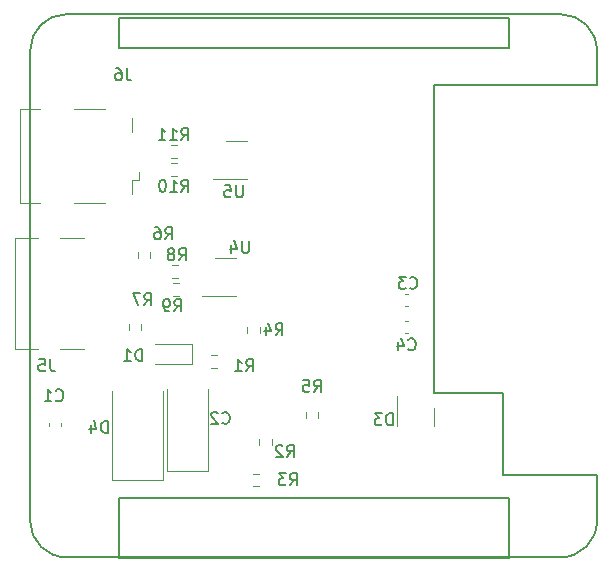
<source format=gbr>
G04 #@! TF.GenerationSoftware,KiCad,Pcbnew,6.0.5*
G04 #@! TF.CreationDate,2022-09-29T12:45:26+03:00*
G04 #@! TF.ProjectId,opi-hat,6f70692d-6861-4742-9e6b-696361645f70,rev?*
G04 #@! TF.SameCoordinates,Original*
G04 #@! TF.FileFunction,Legend,Bot*
G04 #@! TF.FilePolarity,Positive*
%FSLAX46Y46*%
G04 Gerber Fmt 4.6, Leading zero omitted, Abs format (unit mm)*
G04 Created by KiCad (PCBNEW 6.0.5) date 2022-09-29 12:45:26*
%MOMM*%
%LPD*%
G01*
G04 APERTURE LIST*
%ADD10C,0.150000*%
%ADD11C,0.127000*%
G04 #@! TA.AperFunction,Profile*
%ADD12C,0.127000*%
G04 #@! TD*
%ADD13C,0.120000*%
G04 APERTURE END LIST*
D10*
X83859666Y-84177142D02*
X83907285Y-84224761D01*
X84050142Y-84272380D01*
X84145380Y-84272380D01*
X84288238Y-84224761D01*
X84383476Y-84129523D01*
X84431095Y-84034285D01*
X84478714Y-83843809D01*
X84478714Y-83700952D01*
X84431095Y-83510476D01*
X84383476Y-83415238D01*
X84288238Y-83320000D01*
X84145380Y-83272380D01*
X84050142Y-83272380D01*
X83907285Y-83320000D01*
X83859666Y-83367619D01*
X82907285Y-84272380D02*
X83478714Y-84272380D01*
X83193000Y-84272380D02*
X83193000Y-83272380D01*
X83288238Y-83415238D01*
X83383476Y-83510476D01*
X83478714Y-83558095D01*
X102477866Y-78684380D02*
X102811200Y-78208190D01*
X103049295Y-78684380D02*
X103049295Y-77684380D01*
X102668342Y-77684380D01*
X102573104Y-77732000D01*
X102525485Y-77779619D01*
X102477866Y-77874857D01*
X102477866Y-78017714D01*
X102525485Y-78112952D01*
X102573104Y-78160571D01*
X102668342Y-78208190D01*
X103049295Y-78208190D01*
X101620723Y-78017714D02*
X101620723Y-78684380D01*
X101858819Y-77636761D02*
X102096914Y-78351047D01*
X101477866Y-78351047D01*
X100202904Y-70699380D02*
X100202904Y-71508904D01*
X100155285Y-71604142D01*
X100107666Y-71651761D01*
X100012428Y-71699380D01*
X99821952Y-71699380D01*
X99726714Y-71651761D01*
X99679095Y-71604142D01*
X99631476Y-71508904D01*
X99631476Y-70699380D01*
X98726714Y-71032714D02*
X98726714Y-71699380D01*
X98964809Y-70651761D02*
X99202904Y-71366047D01*
X98583857Y-71366047D01*
X94472357Y-62174380D02*
X94805690Y-61698190D01*
X95043785Y-62174380D02*
X95043785Y-61174380D01*
X94662833Y-61174380D01*
X94567595Y-61222000D01*
X94519976Y-61269619D01*
X94472357Y-61364857D01*
X94472357Y-61507714D01*
X94519976Y-61602952D01*
X94567595Y-61650571D01*
X94662833Y-61698190D01*
X95043785Y-61698190D01*
X93519976Y-62174380D02*
X94091404Y-62174380D01*
X93805690Y-62174380D02*
X93805690Y-61174380D01*
X93900928Y-61317238D01*
X93996166Y-61412476D01*
X94091404Y-61460095D01*
X92567595Y-62174380D02*
X93139023Y-62174380D01*
X92853309Y-62174380D02*
X92853309Y-61174380D01*
X92948547Y-61317238D01*
X93043785Y-61412476D01*
X93139023Y-61460095D01*
X113704666Y-79859142D02*
X113752285Y-79906761D01*
X113895142Y-79954380D01*
X113990380Y-79954380D01*
X114133238Y-79906761D01*
X114228476Y-79811523D01*
X114276095Y-79716285D01*
X114323714Y-79525809D01*
X114323714Y-79382952D01*
X114276095Y-79192476D01*
X114228476Y-79097238D01*
X114133238Y-79002000D01*
X113990380Y-78954380D01*
X113895142Y-78954380D01*
X113752285Y-79002000D01*
X113704666Y-79049619D01*
X112847523Y-79287714D02*
X112847523Y-79954380D01*
X113085619Y-78906761D02*
X113323714Y-79621047D01*
X112704666Y-79621047D01*
X93892666Y-76652380D02*
X94226000Y-76176190D01*
X94464095Y-76652380D02*
X94464095Y-75652380D01*
X94083142Y-75652380D01*
X93987904Y-75700000D01*
X93940285Y-75747619D01*
X93892666Y-75842857D01*
X93892666Y-75985714D01*
X93940285Y-76080952D01*
X93987904Y-76128571D01*
X94083142Y-76176190D01*
X94464095Y-76176190D01*
X93416476Y-76652380D02*
X93226000Y-76652380D01*
X93130761Y-76604761D01*
X93083142Y-76557142D01*
X92987904Y-76414285D01*
X92940285Y-76223809D01*
X92940285Y-75842857D01*
X92987904Y-75747619D01*
X93035523Y-75700000D01*
X93130761Y-75652380D01*
X93321238Y-75652380D01*
X93416476Y-75700000D01*
X93464095Y-75747619D01*
X93511714Y-75842857D01*
X93511714Y-76080952D01*
X93464095Y-76176190D01*
X93416476Y-76223809D01*
X93321238Y-76271428D01*
X93130761Y-76271428D01*
X93035523Y-76223809D01*
X92987904Y-76176190D01*
X92940285Y-76080952D01*
X94495857Y-66525380D02*
X94829190Y-66049190D01*
X95067285Y-66525380D02*
X95067285Y-65525380D01*
X94686333Y-65525380D01*
X94591095Y-65573000D01*
X94543476Y-65620619D01*
X94495857Y-65715857D01*
X94495857Y-65858714D01*
X94543476Y-65953952D01*
X94591095Y-66001571D01*
X94686333Y-66049190D01*
X95067285Y-66049190D01*
X93543476Y-66525380D02*
X94114904Y-66525380D01*
X93829190Y-66525380D02*
X93829190Y-65525380D01*
X93924428Y-65668238D01*
X94019666Y-65763476D01*
X94114904Y-65811095D01*
X92924428Y-65525380D02*
X92829190Y-65525380D01*
X92733952Y-65573000D01*
X92686333Y-65620619D01*
X92638714Y-65715857D01*
X92591095Y-65906333D01*
X92591095Y-66144428D01*
X92638714Y-66334904D01*
X92686333Y-66430142D01*
X92733952Y-66477761D01*
X92829190Y-66525380D01*
X92924428Y-66525380D01*
X93019666Y-66477761D01*
X93067285Y-66430142D01*
X93114904Y-66334904D01*
X93162523Y-66144428D01*
X93162523Y-65906333D01*
X93114904Y-65715857D01*
X93067285Y-65620619D01*
X93019666Y-65573000D01*
X92924428Y-65525380D01*
X103671666Y-91384380D02*
X104005000Y-90908190D01*
X104243095Y-91384380D02*
X104243095Y-90384380D01*
X103862142Y-90384380D01*
X103766904Y-90432000D01*
X103719285Y-90479619D01*
X103671666Y-90574857D01*
X103671666Y-90717714D01*
X103719285Y-90812952D01*
X103766904Y-90860571D01*
X103862142Y-90908190D01*
X104243095Y-90908190D01*
X103338333Y-90384380D02*
X102719285Y-90384380D01*
X103052619Y-90765333D01*
X102909761Y-90765333D01*
X102814523Y-90812952D01*
X102766904Y-90860571D01*
X102719285Y-90955809D01*
X102719285Y-91193904D01*
X102766904Y-91289142D01*
X102814523Y-91336761D01*
X102909761Y-91384380D01*
X103195476Y-91384380D01*
X103290714Y-91336761D01*
X103338333Y-91289142D01*
X89868333Y-56094380D02*
X89868333Y-56808666D01*
X89915952Y-56951523D01*
X90011190Y-57046761D01*
X90154047Y-57094380D01*
X90249285Y-57094380D01*
X88963571Y-56094380D02*
X89154047Y-56094380D01*
X89249285Y-56142000D01*
X89296904Y-56189619D01*
X89392142Y-56332476D01*
X89439761Y-56522952D01*
X89439761Y-56903904D01*
X89392142Y-56999142D01*
X89344523Y-57046761D01*
X89249285Y-57094380D01*
X89058809Y-57094380D01*
X88963571Y-57046761D01*
X88915952Y-56999142D01*
X88868333Y-56903904D01*
X88868333Y-56665809D01*
X88915952Y-56570571D01*
X88963571Y-56522952D01*
X89058809Y-56475333D01*
X89249285Y-56475333D01*
X89344523Y-56522952D01*
X89392142Y-56570571D01*
X89439761Y-56665809D01*
X93130666Y-70556380D02*
X93464000Y-70080190D01*
X93702095Y-70556380D02*
X93702095Y-69556380D01*
X93321142Y-69556380D01*
X93225904Y-69604000D01*
X93178285Y-69651619D01*
X93130666Y-69746857D01*
X93130666Y-69889714D01*
X93178285Y-69984952D01*
X93225904Y-70032571D01*
X93321142Y-70080190D01*
X93702095Y-70080190D01*
X92273523Y-69556380D02*
X92464000Y-69556380D01*
X92559238Y-69604000D01*
X92606857Y-69651619D01*
X92702095Y-69794476D01*
X92749714Y-69984952D01*
X92749714Y-70365904D01*
X92702095Y-70461142D01*
X92654476Y-70508761D01*
X92559238Y-70556380D01*
X92368761Y-70556380D01*
X92273523Y-70508761D01*
X92225904Y-70461142D01*
X92178285Y-70365904D01*
X92178285Y-70127809D01*
X92225904Y-70032571D01*
X92273523Y-69984952D01*
X92368761Y-69937333D01*
X92559238Y-69937333D01*
X92654476Y-69984952D01*
X92702095Y-70032571D01*
X92749714Y-70127809D01*
X99965166Y-81732380D02*
X100298500Y-81256190D01*
X100536595Y-81732380D02*
X100536595Y-80732380D01*
X100155642Y-80732380D01*
X100060404Y-80780000D01*
X100012785Y-80827619D01*
X99965166Y-80922857D01*
X99965166Y-81065714D01*
X100012785Y-81160952D01*
X100060404Y-81208571D01*
X100155642Y-81256190D01*
X100536595Y-81256190D01*
X99012785Y-81732380D02*
X99584214Y-81732380D01*
X99298500Y-81732380D02*
X99298500Y-80732380D01*
X99393738Y-80875238D01*
X99488976Y-80970476D01*
X99584214Y-81018095D01*
X91352666Y-76144380D02*
X91686000Y-75668190D01*
X91924095Y-76144380D02*
X91924095Y-75144380D01*
X91543142Y-75144380D01*
X91447904Y-75192000D01*
X91400285Y-75239619D01*
X91352666Y-75334857D01*
X91352666Y-75477714D01*
X91400285Y-75572952D01*
X91447904Y-75620571D01*
X91543142Y-75668190D01*
X91924095Y-75668190D01*
X91019333Y-75144380D02*
X90352666Y-75144380D01*
X90781238Y-76144380D01*
X99694904Y-66000380D02*
X99694904Y-66809904D01*
X99647285Y-66905142D01*
X99599666Y-66952761D01*
X99504428Y-67000380D01*
X99313952Y-67000380D01*
X99218714Y-66952761D01*
X99171095Y-66905142D01*
X99123476Y-66809904D01*
X99123476Y-66000380D01*
X98171095Y-66000380D02*
X98647285Y-66000380D01*
X98694904Y-66476571D01*
X98647285Y-66428952D01*
X98552047Y-66381333D01*
X98313952Y-66381333D01*
X98218714Y-66428952D01*
X98171095Y-66476571D01*
X98123476Y-66571809D01*
X98123476Y-66809904D01*
X98171095Y-66905142D01*
X98218714Y-66952761D01*
X98313952Y-67000380D01*
X98552047Y-67000380D01*
X98647285Y-66952761D01*
X98694904Y-66905142D01*
X113831666Y-74652142D02*
X113879285Y-74699761D01*
X114022142Y-74747380D01*
X114117380Y-74747380D01*
X114260238Y-74699761D01*
X114355476Y-74604523D01*
X114403095Y-74509285D01*
X114450714Y-74318809D01*
X114450714Y-74175952D01*
X114403095Y-73985476D01*
X114355476Y-73890238D01*
X114260238Y-73795000D01*
X114117380Y-73747380D01*
X114022142Y-73747380D01*
X113879285Y-73795000D01*
X113831666Y-73842619D01*
X113498333Y-73747380D02*
X112879285Y-73747380D01*
X113212619Y-74128333D01*
X113069761Y-74128333D01*
X112974523Y-74175952D01*
X112926904Y-74223571D01*
X112879285Y-74318809D01*
X112879285Y-74556904D01*
X112926904Y-74652142D01*
X112974523Y-74699761D01*
X113069761Y-74747380D01*
X113355476Y-74747380D01*
X113450714Y-74699761D01*
X113498333Y-74652142D01*
X94273666Y-72334380D02*
X94607000Y-71858190D01*
X94845095Y-72334380D02*
X94845095Y-71334380D01*
X94464142Y-71334380D01*
X94368904Y-71382000D01*
X94321285Y-71429619D01*
X94273666Y-71524857D01*
X94273666Y-71667714D01*
X94321285Y-71762952D01*
X94368904Y-71810571D01*
X94464142Y-71858190D01*
X94845095Y-71858190D01*
X93702238Y-71762952D02*
X93797476Y-71715333D01*
X93845095Y-71667714D01*
X93892714Y-71572476D01*
X93892714Y-71524857D01*
X93845095Y-71429619D01*
X93797476Y-71382000D01*
X93702238Y-71334380D01*
X93511761Y-71334380D01*
X93416523Y-71382000D01*
X93368904Y-71429619D01*
X93321285Y-71524857D01*
X93321285Y-71572476D01*
X93368904Y-71667714D01*
X93416523Y-71715333D01*
X93511761Y-71762952D01*
X93702238Y-71762952D01*
X93797476Y-71810571D01*
X93845095Y-71858190D01*
X93892714Y-71953428D01*
X93892714Y-72143904D01*
X93845095Y-72239142D01*
X93797476Y-72286761D01*
X93702238Y-72334380D01*
X93511761Y-72334380D01*
X93416523Y-72286761D01*
X93368904Y-72239142D01*
X93321285Y-72143904D01*
X93321285Y-71953428D01*
X93368904Y-71858190D01*
X93416523Y-71810571D01*
X93511761Y-71762952D01*
X105703666Y-83486880D02*
X106037000Y-83010690D01*
X106275095Y-83486880D02*
X106275095Y-82486880D01*
X105894142Y-82486880D01*
X105798904Y-82534500D01*
X105751285Y-82582119D01*
X105703666Y-82677357D01*
X105703666Y-82820214D01*
X105751285Y-82915452D01*
X105798904Y-82963071D01*
X105894142Y-83010690D01*
X106275095Y-83010690D01*
X104798904Y-82486880D02*
X105275095Y-82486880D01*
X105322714Y-82963071D01*
X105275095Y-82915452D01*
X105179857Y-82867833D01*
X104941761Y-82867833D01*
X104846523Y-82915452D01*
X104798904Y-82963071D01*
X104751285Y-83058309D01*
X104751285Y-83296404D01*
X104798904Y-83391642D01*
X104846523Y-83439261D01*
X104941761Y-83486880D01*
X105179857Y-83486880D01*
X105275095Y-83439261D01*
X105322714Y-83391642D01*
X88241095Y-86939380D02*
X88241095Y-85939380D01*
X88003000Y-85939380D01*
X87860142Y-85987000D01*
X87764904Y-86082238D01*
X87717285Y-86177476D01*
X87669666Y-86367952D01*
X87669666Y-86510809D01*
X87717285Y-86701285D01*
X87764904Y-86796523D01*
X87860142Y-86891761D01*
X88003000Y-86939380D01*
X88241095Y-86939380D01*
X86812523Y-86272714D02*
X86812523Y-86939380D01*
X87050619Y-85891761D02*
X87288714Y-86606047D01*
X86669666Y-86606047D01*
X83391333Y-80732380D02*
X83391333Y-81446666D01*
X83438952Y-81589523D01*
X83534190Y-81684761D01*
X83677047Y-81732380D01*
X83772285Y-81732380D01*
X82438952Y-80732380D02*
X82915142Y-80732380D01*
X82962761Y-81208571D01*
X82915142Y-81160952D01*
X82819904Y-81113333D01*
X82581809Y-81113333D01*
X82486571Y-81160952D01*
X82438952Y-81208571D01*
X82391333Y-81303809D01*
X82391333Y-81541904D01*
X82438952Y-81637142D01*
X82486571Y-81684761D01*
X82581809Y-81732380D01*
X82819904Y-81732380D01*
X82915142Y-81684761D01*
X82962761Y-81637142D01*
X112371095Y-86304380D02*
X112371095Y-85304380D01*
X112133000Y-85304380D01*
X111990142Y-85352000D01*
X111894904Y-85447238D01*
X111847285Y-85542476D01*
X111799666Y-85732952D01*
X111799666Y-85875809D01*
X111847285Y-86066285D01*
X111894904Y-86161523D01*
X111990142Y-86256761D01*
X112133000Y-86304380D01*
X112371095Y-86304380D01*
X111466333Y-85304380D02*
X110847285Y-85304380D01*
X111180619Y-85685333D01*
X111037761Y-85685333D01*
X110942523Y-85732952D01*
X110894904Y-85780571D01*
X110847285Y-85875809D01*
X110847285Y-86113904D01*
X110894904Y-86209142D01*
X110942523Y-86256761D01*
X111037761Y-86304380D01*
X111323476Y-86304380D01*
X111418714Y-86256761D01*
X111466333Y-86209142D01*
X103417666Y-88971380D02*
X103751000Y-88495190D01*
X103989095Y-88971380D02*
X103989095Y-87971380D01*
X103608142Y-87971380D01*
X103512904Y-88019000D01*
X103465285Y-88066619D01*
X103417666Y-88161857D01*
X103417666Y-88304714D01*
X103465285Y-88399952D01*
X103512904Y-88447571D01*
X103608142Y-88495190D01*
X103989095Y-88495190D01*
X103036714Y-88066619D02*
X102989095Y-88019000D01*
X102893857Y-87971380D01*
X102655761Y-87971380D01*
X102560523Y-88019000D01*
X102512904Y-88066619D01*
X102465285Y-88161857D01*
X102465285Y-88257095D01*
X102512904Y-88399952D01*
X103084333Y-88971380D01*
X102465285Y-88971380D01*
X91162095Y-80843380D02*
X91162095Y-79843380D01*
X90924000Y-79843380D01*
X90781142Y-79891000D01*
X90685904Y-79986238D01*
X90638285Y-80081476D01*
X90590666Y-80271952D01*
X90590666Y-80414809D01*
X90638285Y-80605285D01*
X90685904Y-80700523D01*
X90781142Y-80795761D01*
X90924000Y-80843380D01*
X91162095Y-80843380D01*
X89638285Y-80843380D02*
X90209714Y-80843380D01*
X89924000Y-80843380D02*
X89924000Y-79843380D01*
X90019238Y-79986238D01*
X90114476Y-80081476D01*
X90209714Y-80129095D01*
X97956666Y-86082142D02*
X98004285Y-86129761D01*
X98147142Y-86177380D01*
X98242380Y-86177380D01*
X98385238Y-86129761D01*
X98480476Y-86034523D01*
X98528095Y-85939285D01*
X98575714Y-85748809D01*
X98575714Y-85605952D01*
X98528095Y-85415476D01*
X98480476Y-85320238D01*
X98385238Y-85225000D01*
X98242380Y-85177380D01*
X98147142Y-85177380D01*
X98004285Y-85225000D01*
X97956666Y-85272619D01*
X97575714Y-85272619D02*
X97528095Y-85225000D01*
X97432857Y-85177380D01*
X97194761Y-85177380D01*
X97099523Y-85225000D01*
X97051904Y-85272619D01*
X97004285Y-85367857D01*
X97004285Y-85463095D01*
X97051904Y-85605952D01*
X97623333Y-86177380D01*
X97004285Y-86177380D01*
D11*
X89171253Y-54326509D02*
X122191253Y-54326509D01*
X89171253Y-51786509D02*
X122191253Y-51786509D01*
X89171253Y-92426509D02*
X122191253Y-92426509D01*
X122191253Y-54326509D02*
X122191253Y-51786509D01*
X89171253Y-51786509D02*
X89171253Y-54326509D01*
X122191253Y-92426509D02*
X122191253Y-97506509D01*
X89171253Y-97506509D02*
X122191253Y-97506509D01*
X89171253Y-97506509D02*
X89171253Y-92426509D01*
D12*
X126581299Y-51486900D02*
X84781300Y-51486900D01*
X129681299Y-57501509D02*
X129681299Y-54586900D01*
X81681300Y-54586900D02*
X81681300Y-94386900D01*
X129681299Y-57501509D02*
X115841253Y-57501509D01*
X115841253Y-57501509D02*
X115841253Y-83536509D01*
X115841253Y-83536509D02*
X121683253Y-83536509D01*
X121683253Y-90521509D02*
X129684253Y-90521509D01*
X129684253Y-90521509D02*
X129684253Y-94382309D01*
X84781300Y-97486899D02*
X126581299Y-97486899D01*
X121683253Y-83536509D02*
X121683253Y-90521509D01*
X126581299Y-97486894D02*
G75*
G03*
X129681298Y-94386900I4J3099995D01*
G01*
X81681300Y-94386900D02*
G75*
G03*
X84781300Y-97486900I3100000J0D01*
G01*
X84781300Y-51486900D02*
G75*
G03*
X81681300Y-54586900I0J-3100000D01*
G01*
X129681302Y-54586900D02*
G75*
G03*
X126581299Y-51486900I-3099999J1D01*
G01*
D13*
X84330000Y-86379267D02*
X84330000Y-86086733D01*
X83310000Y-86379267D02*
X83310000Y-86086733D01*
X101106500Y-78000776D02*
X101106500Y-78510224D01*
X100061500Y-78000776D02*
X100061500Y-78510224D01*
X99151000Y-75331000D02*
X96201000Y-75331000D01*
X97351000Y-72111000D02*
X99151000Y-72111000D01*
X93598276Y-63641500D02*
X94107724Y-63641500D01*
X93598276Y-62596500D02*
X94107724Y-62596500D01*
X113684267Y-77468000D02*
X113391733Y-77468000D01*
X113684267Y-78488000D02*
X113391733Y-78488000D01*
X93748776Y-75325500D02*
X94258224Y-75325500D01*
X93748776Y-74280500D02*
X94258224Y-74280500D01*
X93598276Y-65165500D02*
X94107724Y-65165500D01*
X93598276Y-64120500D02*
X94107724Y-64120500D01*
X101092724Y-91454500D02*
X100583276Y-91454500D01*
X101092724Y-90409500D02*
X100583276Y-90409500D01*
X90927000Y-65550000D02*
X90927000Y-64850000D01*
X90337000Y-61450000D02*
X90337000Y-60300000D01*
X82527000Y-67460000D02*
X80867000Y-67460000D01*
X80867000Y-67460000D02*
X80867000Y-59540000D01*
X80867000Y-59540000D02*
X82527000Y-59540000D01*
X90337000Y-65550000D02*
X90927000Y-65550000D01*
X85427000Y-67460000D02*
X88027000Y-67460000D01*
X90337000Y-66700000D02*
X90337000Y-65550000D01*
X88027000Y-59540000D02*
X85427000Y-59540000D01*
X90790500Y-72160224D02*
X90790500Y-71650776D01*
X91835500Y-72160224D02*
X91835500Y-71650776D01*
X97003776Y-80376500D02*
X97513224Y-80376500D01*
X97003776Y-81421500D02*
X97513224Y-81421500D01*
X91073500Y-77699776D02*
X91073500Y-78209224D01*
X90028500Y-77699776D02*
X90028500Y-78209224D01*
X98287000Y-62271000D02*
X100087000Y-62271000D01*
X100087000Y-65491000D02*
X97137000Y-65491000D01*
X113684267Y-76202000D02*
X113391733Y-76202000D01*
X113684267Y-75182000D02*
X113391733Y-75182000D01*
X93701776Y-73801500D02*
X94211224Y-73801500D01*
X93701776Y-72756500D02*
X94211224Y-72756500D01*
X106059500Y-85192776D02*
X106059500Y-85702224D01*
X105014500Y-85192776D02*
X105014500Y-85702224D01*
X92955000Y-90935000D02*
X88655000Y-90935000D01*
X88655000Y-90935000D02*
X88655000Y-83385000D01*
X92955000Y-90935000D02*
X92955000Y-83385000D01*
X86228000Y-79884000D02*
X84228000Y-79884000D01*
X82328000Y-70484000D02*
X80428000Y-70484000D01*
X82328000Y-79884000D02*
X80428000Y-79884000D01*
X86228000Y-70484000D02*
X84228000Y-70484000D01*
X80428000Y-79884000D02*
X80428000Y-70484000D01*
X112740000Y-85598000D02*
X112740000Y-86398000D01*
X115860000Y-85598000D02*
X115860000Y-86398000D01*
X115860000Y-85598000D02*
X115860000Y-84798000D01*
X112740000Y-85598000D02*
X112740000Y-83798000D01*
X101077500Y-87502276D02*
X101077500Y-88011724D01*
X102122500Y-87502276D02*
X102122500Y-88011724D01*
X95392000Y-81114000D02*
X92242000Y-81114000D01*
X95392000Y-79414000D02*
X95392000Y-81114000D01*
X95392000Y-79414000D02*
X92242000Y-79414000D01*
X93286000Y-90158000D02*
X93286000Y-83223000D01*
X96706000Y-90158000D02*
X93286000Y-90158000D01*
X96706000Y-83223000D02*
X96706000Y-90158000D01*
M02*

</source>
